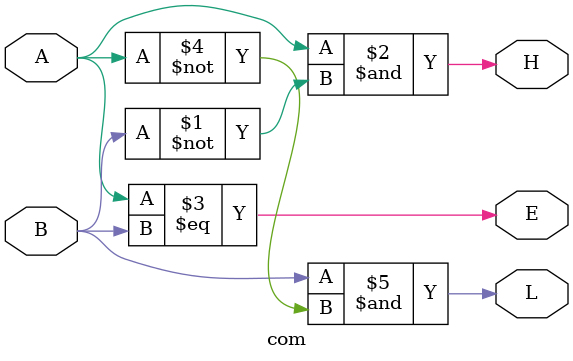
<source format=v>
module com(
    input wire A,
    input wire B,
    output wire H,
    output wire E,
	 output wire L
);

assign H =  A & ~B;
assign E =  A == B;
assign L =  B & ~A;


endmodule

</source>
